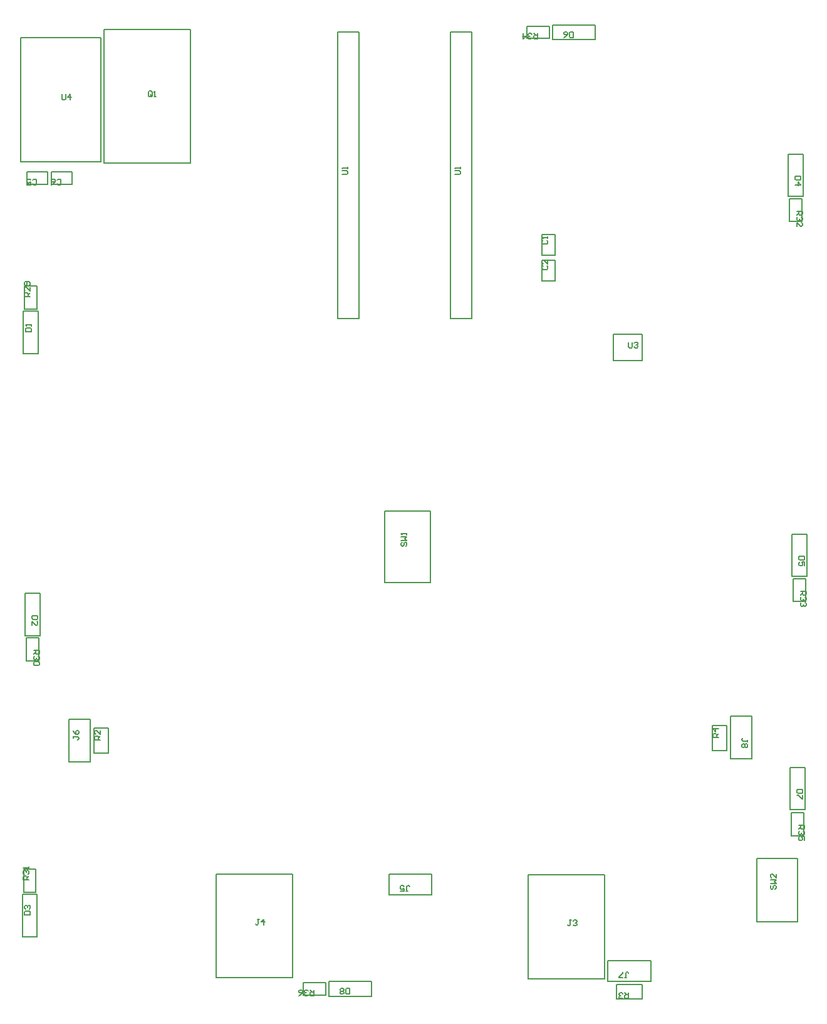
<source format=gbr>
G04*
G04 #@! TF.GenerationSoftware,Altium Limited,Altium Designer,22.4.2 (48)*
G04*
G04 Layer_Color=16711935*
%FSLAX24Y24*%
%MOIN*%
G70*
G04*
G04 #@! TF.SameCoordinates,537B0F5E-1D9E-48F4-ADA7-34FC38263873*
G04*
G04*
G04 #@! TF.FilePolarity,Positive*
G04*
G01*
G75*
%ADD13C,0.0079*%
%ADD15C,0.0050*%
D13*
X39822Y59906D02*
Y60694D01*
X37578D02*
X39822D01*
X37578Y59906D02*
Y60694D01*
Y59906D02*
X39822D01*
X37410Y59975D02*
Y60625D01*
X36190D02*
X37410D01*
X36190Y59975D02*
Y60625D01*
Y59975D02*
X37410D01*
X26135Y45086D02*
X27265D01*
Y60314D01*
X26135D02*
X27265D01*
X26135Y45086D02*
Y60314D01*
X32135Y45086D02*
X33265D01*
Y60314D01*
X32135D02*
X33265D01*
X32135Y45086D02*
Y60314D01*
X9475Y45590D02*
X10125D01*
Y46810D01*
X9475D02*
X10125D01*
X9475Y45590D02*
Y46810D01*
X9425Y14590D02*
X10075D01*
Y15810D01*
X9425D02*
X10075D01*
X9425Y14590D02*
Y15810D01*
X50375Y31260D02*
X51025D01*
X50375Y30040D02*
Y31260D01*
Y30040D02*
X51025D01*
Y31260D01*
X50275Y18810D02*
X50925D01*
X50275Y17590D02*
Y18810D01*
Y17590D02*
X50925D01*
Y18810D01*
X50175Y51460D02*
X50825D01*
X50175Y50240D02*
Y51460D01*
Y50240D02*
X50825D01*
Y51460D01*
X9575Y28110D02*
X10225D01*
X9575Y26890D02*
Y28110D01*
Y26890D02*
X10225D01*
Y28110D01*
X25510Y9125D02*
Y9775D01*
X24290D02*
X25510D01*
X24290Y9125D02*
Y9775D01*
Y9125D02*
X25510D01*
X50306Y33622D02*
X51094D01*
X50306Y31378D02*
Y33622D01*
Y31378D02*
X51094D01*
Y33622D01*
X27922Y9056D02*
Y9844D01*
X25678D02*
X27922D01*
X25678Y9056D02*
Y9844D01*
Y9056D02*
X27922D01*
X50206Y21222D02*
X50994D01*
X50206Y18978D02*
Y21222D01*
Y18978D02*
X50994D01*
Y21222D01*
X50106Y53822D02*
X50894D01*
X50106Y51578D02*
Y53822D01*
Y51578D02*
X50894D01*
Y53822D01*
X9406Y43228D02*
X10194D01*
Y45472D01*
X9406D02*
X10194D01*
X9406Y43228D02*
Y45472D01*
X9506Y30472D02*
X10294D01*
X9506Y28228D02*
Y30472D01*
Y28228D02*
X10294D01*
Y30472D01*
X9356Y12228D02*
X10144D01*
Y14472D01*
X9356D02*
X10144D01*
X9356Y12228D02*
Y14472D01*
X48426Y13036D02*
X50592D01*
Y16383D01*
X48426D02*
X50592D01*
X48426Y13036D02*
Y16383D01*
X37015Y47099D02*
X37685D01*
Y48201D01*
X37015D02*
X37685D01*
X37015Y47099D02*
Y48201D01*
Y48449D02*
X37685D01*
Y49551D01*
X37015D02*
X37685D01*
X37015Y48449D02*
Y49551D01*
X40794Y42851D02*
Y44249D01*
Y42851D02*
X42330D01*
Y44249D01*
X40794D02*
X42330D01*
X9254Y53423D02*
Y60037D01*
Y53423D02*
X13546D01*
Y60037D01*
X9254D02*
X13546D01*
X13711Y53361D02*
Y60439D01*
Y53361D02*
X18289D01*
Y60439D01*
X13711D02*
X18289D01*
X12001Y52215D02*
Y52885D01*
X10899D02*
X12001D01*
X10899Y52215D02*
Y52885D01*
Y52215D02*
X12001D01*
X10701D02*
Y52885D01*
X9599D02*
X10701D01*
X9599Y52215D02*
Y52885D01*
Y52215D02*
X10701D01*
X28630Y31041D02*
X31070D01*
Y34859D01*
X28630D02*
X31070D01*
X28630Y31041D02*
Y34859D01*
X19661Y10046D02*
Y15564D01*
Y10046D02*
X23739D01*
Y15564D01*
X19661D02*
X23739D01*
X36261Y9996D02*
Y15514D01*
Y9996D02*
X40339D01*
Y15514D01*
X36261D02*
X40339D01*
X31138Y14441D02*
Y15559D01*
X28862D02*
X31138D01*
X28862Y14441D02*
Y15559D01*
Y14441D02*
X31138D01*
X47036Y23968D02*
X48154D01*
X47036Y21692D02*
Y23968D01*
Y21692D02*
X48154D01*
Y23968D01*
X42788Y9841D02*
Y10959D01*
X40512D02*
X42788D01*
X40512Y9841D02*
Y10959D01*
Y9841D02*
X42788D01*
X11841Y21512D02*
X12959D01*
Y23788D01*
X11841D02*
X12959D01*
X11841Y21512D02*
Y23788D01*
X46069Y22109D02*
X46821D01*
Y23451D01*
X46069D02*
X46821D01*
X46069Y22109D02*
Y23451D01*
X42321Y8924D02*
Y9676D01*
X40979D02*
X42321D01*
X40979Y8924D02*
Y9676D01*
Y8924D02*
X42321D01*
X13174Y21979D02*
X13926D01*
Y23321D01*
X13174D02*
X13926D01*
X13174Y21979D02*
Y23321D01*
D15*
X9950Y27450D02*
X10250D01*
Y27300D01*
X10200Y27250D01*
X10100D01*
X10050Y27300D01*
Y27450D01*
Y27350D02*
X9950Y27250D01*
X10200Y27150D02*
X10250Y27100D01*
Y27000D01*
X10200Y26950D01*
X10150D01*
X10100Y27000D01*
Y27050D01*
Y27000D01*
X10050Y26950D01*
X10000D01*
X9950Y27000D01*
Y27100D01*
X10000Y27150D01*
X10200Y26850D02*
X10250Y26800D01*
Y26700D01*
X10200Y26650D01*
X10000D01*
X9950Y26700D01*
Y26800D01*
X10000Y26850D01*
X10200D01*
X38650Y60024D02*
Y60324D01*
X38500D01*
X38450Y60274D01*
Y60074D01*
X38500Y60024D01*
X38650D01*
X38150D02*
X38250Y60074D01*
X38350Y60174D01*
Y60274D01*
X38300Y60324D01*
X38200D01*
X38150Y60274D01*
Y60224D01*
X38200Y60174D01*
X38350D01*
X36750Y60250D02*
Y59950D01*
X36600D01*
X36550Y60000D01*
Y60100D01*
X36600Y60150D01*
X36750D01*
X36650D02*
X36550Y60250D01*
X36450Y60000D02*
X36400Y59950D01*
X36300D01*
X36250Y60000D01*
Y60050D01*
X36300Y60100D01*
X36350D01*
X36300D01*
X36250Y60150D01*
Y60200D01*
X36300Y60250D01*
X36400D01*
X36450Y60200D01*
X36000Y60250D02*
Y59950D01*
X36150Y60100D01*
X35950D01*
X26350Y52750D02*
X26600D01*
X26650Y52800D01*
Y52900D01*
X26600Y52950D01*
X26350D01*
X26650Y53050D02*
Y53150D01*
Y53100D01*
X26350D01*
X26400Y53050D01*
X32350Y52750D02*
X32600D01*
X32650Y52800D01*
Y52900D01*
X32600Y52950D01*
X32350D01*
X32650Y53050D02*
Y53150D01*
Y53100D01*
X32350D01*
X32400Y53050D01*
X9750Y46250D02*
X9450D01*
Y46400D01*
X9500Y46450D01*
X9600D01*
X9650Y46400D01*
Y46250D01*
Y46350D02*
X9750Y46450D01*
Y46750D02*
Y46550D01*
X9550Y46750D01*
X9500D01*
X9450Y46700D01*
Y46600D01*
X9500Y46550D01*
X9700Y46850D02*
X9750Y46900D01*
Y47000D01*
X9700Y47050D01*
X9500D01*
X9450Y47000D01*
Y46900D01*
X9500Y46850D01*
X9550D01*
X9600Y46900D01*
Y47050D01*
X9700Y15250D02*
X9400D01*
Y15400D01*
X9450Y15450D01*
X9550D01*
X9600Y15400D01*
Y15250D01*
Y15350D02*
X9700Y15450D01*
X9450Y15550D02*
X9400Y15600D01*
Y15700D01*
X9450Y15750D01*
X9500D01*
X9550Y15700D01*
Y15650D01*
Y15700D01*
X9600Y15750D01*
X9650D01*
X9700Y15700D01*
Y15600D01*
X9650Y15550D01*
X9700Y15850D02*
Y15950D01*
Y15900D01*
X9400D01*
X9450Y15850D01*
X50750Y30600D02*
X51050D01*
Y30450D01*
X51000Y30400D01*
X50900D01*
X50850Y30450D01*
Y30600D01*
Y30500D02*
X50750Y30400D01*
X51000Y30300D02*
X51050Y30250D01*
Y30150D01*
X51000Y30100D01*
X50950D01*
X50900Y30150D01*
Y30200D01*
Y30150D01*
X50850Y30100D01*
X50800D01*
X50750Y30150D01*
Y30250D01*
X50800Y30300D01*
X51000Y30000D02*
X51050Y29950D01*
Y29850D01*
X51000Y29800D01*
X50950D01*
X50900Y29850D01*
Y29900D01*
Y29850D01*
X50850Y29800D01*
X50800D01*
X50750Y29850D01*
Y29950D01*
X50800Y30000D01*
X50650Y18150D02*
X50950D01*
Y18000D01*
X50900Y17950D01*
X50800D01*
X50750Y18000D01*
Y18150D01*
Y18050D02*
X50650Y17950D01*
X50900Y17850D02*
X50950Y17800D01*
Y17700D01*
X50900Y17650D01*
X50850D01*
X50800Y17700D01*
Y17750D01*
Y17700D01*
X50750Y17650D01*
X50700D01*
X50650Y17700D01*
Y17800D01*
X50700Y17850D01*
X50950Y17350D02*
Y17550D01*
X50800D01*
X50850Y17450D01*
Y17400D01*
X50800Y17350D01*
X50700D01*
X50650Y17400D01*
Y17500D01*
X50700Y17550D01*
X50550Y50800D02*
X50850D01*
Y50650D01*
X50800Y50600D01*
X50700D01*
X50650Y50650D01*
Y50800D01*
Y50700D02*
X50550Y50600D01*
X50800Y50500D02*
X50850Y50450D01*
Y50350D01*
X50800Y50300D01*
X50750D01*
X50700Y50350D01*
Y50400D01*
Y50350D01*
X50650Y50300D01*
X50600D01*
X50550Y50350D01*
Y50450D01*
X50600Y50500D01*
X50550Y50000D02*
Y50200D01*
X50750Y50000D01*
X50800D01*
X50850Y50050D01*
Y50150D01*
X50800Y50200D01*
X24850Y9400D02*
Y9100D01*
X24700D01*
X24650Y9150D01*
Y9250D01*
X24700Y9300D01*
X24850D01*
X24750D02*
X24650Y9400D01*
X24550Y9150D02*
X24500Y9100D01*
X24400D01*
X24350Y9150D01*
Y9200D01*
X24400Y9250D01*
X24450D01*
X24400D01*
X24350Y9300D01*
Y9350D01*
X24400Y9400D01*
X24500D01*
X24550Y9350D01*
X24050Y9100D02*
X24150Y9150D01*
X24250Y9250D01*
Y9350D01*
X24200Y9400D01*
X24100D01*
X24050Y9350D01*
Y9300D01*
X24100Y9250D01*
X24250D01*
X50976Y32450D02*
X50676D01*
Y32300D01*
X50726Y32250D01*
X50926D01*
X50976Y32300D01*
Y32450D01*
Y31950D02*
Y32150D01*
X50826D01*
X50876Y32050D01*
Y32000D01*
X50826Y31950D01*
X50726D01*
X50676Y32000D01*
Y32100D01*
X50726Y32150D01*
X26750Y9174D02*
Y9474D01*
X26600D01*
X26550Y9424D01*
Y9224D01*
X26600Y9174D01*
X26750D01*
X26450Y9224D02*
X26400Y9174D01*
X26300D01*
X26250Y9224D01*
Y9274D01*
X26300Y9324D01*
X26250Y9374D01*
Y9424D01*
X26300Y9474D01*
X26400D01*
X26450Y9424D01*
Y9374D01*
X26400Y9324D01*
X26450Y9274D01*
Y9224D01*
X26400Y9324D02*
X26300D01*
X50876Y20050D02*
X50576D01*
Y19900D01*
X50626Y19850D01*
X50826D01*
X50876Y19900D01*
Y20050D01*
Y19750D02*
Y19550D01*
X50826D01*
X50626Y19750D01*
X50576D01*
X50776Y52650D02*
X50476D01*
Y52500D01*
X50526Y52450D01*
X50726D01*
X50776Y52500D01*
Y52650D01*
X50476Y52200D02*
X50776D01*
X50626Y52350D01*
Y52150D01*
X9524Y44400D02*
X9824D01*
Y44550D01*
X9774Y44600D01*
X9574D01*
X9524Y44550D01*
Y44400D01*
X9824Y44700D02*
Y44800D01*
Y44750D01*
X9524D01*
X9574Y44700D01*
X10176Y29300D02*
X9876D01*
Y29150D01*
X9926Y29100D01*
X10126D01*
X10176Y29150D01*
Y29300D01*
X9876Y28800D02*
Y29000D01*
X10076Y28800D01*
X10126D01*
X10176Y28850D01*
Y28950D01*
X10126Y29000D01*
X9474Y13400D02*
X9774D01*
Y13550D01*
X9724Y13600D01*
X9524D01*
X9474Y13550D01*
Y13400D01*
X9524Y13700D02*
X9474Y13750D01*
Y13850D01*
X9524Y13900D01*
X9574D01*
X9624Y13850D01*
Y13800D01*
Y13850D01*
X9674Y13900D01*
X9724D01*
X9774Y13850D01*
Y13750D01*
X9724Y13700D01*
X49209Y14959D02*
X49159Y14909D01*
Y14809D01*
X49209Y14759D01*
X49259D01*
X49309Y14809D01*
Y14909D01*
X49359Y14959D01*
X49409D01*
X49459Y14909D01*
Y14809D01*
X49409Y14759D01*
X49159Y15059D02*
X49459D01*
X49359Y15159D01*
X49459Y15259D01*
X49159D01*
X49459Y15559D02*
Y15359D01*
X49259Y15559D01*
X49209D01*
X49159Y15509D01*
Y15409D01*
X49209Y15359D01*
X37050Y47900D02*
X37000Y47850D01*
Y47750D01*
X37050Y47700D01*
X37250D01*
X37300Y47750D01*
Y47850D01*
X37250Y47900D01*
X37300Y48200D02*
Y48000D01*
X37100Y48200D01*
X37050D01*
X37000Y48150D01*
Y48050D01*
X37050Y48000D01*
Y49250D02*
X37000Y49200D01*
Y49100D01*
X37050Y49050D01*
X37250D01*
X37300Y49100D01*
Y49200D01*
X37250Y49250D01*
X37300Y49350D02*
Y49450D01*
Y49400D01*
X37000D01*
X37050Y49350D01*
X41612Y43826D02*
Y43576D01*
X41662Y43526D01*
X41762D01*
X41812Y43576D01*
Y43826D01*
X41912Y43776D02*
X41962Y43826D01*
X42062D01*
X42112Y43776D01*
Y43726D01*
X42062Y43676D01*
X42012D01*
X42062D01*
X42112Y43626D01*
Y43576D01*
X42062Y43526D01*
X41962D01*
X41912Y43576D01*
X11450Y57006D02*
Y56756D01*
X11500Y56706D01*
X11600D01*
X11650Y56756D01*
Y57006D01*
X11900Y56706D02*
Y57006D01*
X11750Y56856D01*
X11950D01*
X16250Y56926D02*
Y57126D01*
X16200Y57176D01*
X16100D01*
X16050Y57126D01*
Y56926D01*
X16100Y56876D01*
X16200D01*
X16150Y56976D02*
X16250Y56876D01*
X16200D02*
X16250Y56926D01*
X16350Y56876D02*
X16450D01*
X16400D01*
Y57176D01*
X16350Y57126D01*
X11200Y52250D02*
X11250Y52200D01*
X11350D01*
X11400Y52250D01*
Y52450D01*
X11350Y52500D01*
X11250D01*
X11200Y52450D01*
X10900Y52200D02*
X11000Y52250D01*
X11100Y52350D01*
Y52450D01*
X11050Y52500D01*
X10950D01*
X10900Y52450D01*
Y52400D01*
X10950Y52350D01*
X11100D01*
X9900Y52250D02*
X9950Y52200D01*
X10050D01*
X10100Y52250D01*
Y52450D01*
X10050Y52500D01*
X9950D01*
X9900Y52450D01*
X9600Y52200D02*
X9800D01*
Y52350D01*
X9700Y52300D01*
X9650D01*
X9600Y52350D01*
Y52450D01*
X9650Y52500D01*
X9750D01*
X9800Y52450D01*
X29550Y33200D02*
X29500Y33150D01*
Y33050D01*
X29550Y33000D01*
X29600D01*
X29650Y33050D01*
Y33150D01*
X29700Y33200D01*
X29750D01*
X29800Y33150D01*
Y33050D01*
X29750Y33000D01*
X29500Y33300D02*
X29800D01*
X29700Y33400D01*
X29800Y33500D01*
X29500D01*
X29800Y33600D02*
Y33700D01*
Y33650D01*
X29500D01*
X29550Y33600D01*
X21950Y13155D02*
X21850D01*
X21900D01*
Y12905D01*
X21850Y12855D01*
X21800D01*
X21750Y12905D01*
X22200Y12855D02*
Y13155D01*
X22050Y13005D01*
X22250D01*
X38550Y13105D02*
X38450D01*
X38500D01*
Y12855D01*
X38450Y12805D01*
X38400D01*
X38350Y12855D01*
X38650Y13055D02*
X38700Y13105D01*
X38800D01*
X38850Y13055D01*
Y13005D01*
X38800Y12955D01*
X38750D01*
X38800D01*
X38850Y12905D01*
Y12855D01*
X38800Y12805D01*
X38700D01*
X38650Y12855D01*
X29750Y14650D02*
X29850D01*
X29800D01*
Y14900D01*
X29850Y14950D01*
X29900D01*
X29950Y14900D01*
X29450Y14650D02*
X29650D01*
Y14800D01*
X29550Y14750D01*
X29500D01*
X29450Y14800D01*
Y14900D01*
X29500Y14950D01*
X29600D01*
X29650Y14900D01*
X47945Y22580D02*
Y22680D01*
Y22630D01*
X47695D01*
X47645Y22680D01*
Y22730D01*
X47695Y22780D01*
X47895Y22480D02*
X47945Y22430D01*
Y22330D01*
X47895Y22280D01*
X47845D01*
X47795Y22330D01*
X47745Y22280D01*
X47695D01*
X47645Y22330D01*
Y22430D01*
X47695Y22480D01*
X47745D01*
X47795Y22430D01*
X47845Y22480D01*
X47895D01*
X47795Y22430D02*
Y22330D01*
X41400Y10050D02*
X41500D01*
X41450D01*
Y10300D01*
X41500Y10350D01*
X41550D01*
X41600Y10300D01*
X41300Y10050D02*
X41100D01*
Y10100D01*
X41300Y10300D01*
Y10350D01*
X12050Y22900D02*
Y22800D01*
Y22850D01*
X12300D01*
X12350Y22800D01*
Y22750D01*
X12300Y22700D01*
X12050Y23200D02*
X12100Y23100D01*
X12200Y23000D01*
X12300D01*
X12350Y23050D01*
Y23150D01*
X12300Y23200D01*
X12250D01*
X12200Y23150D01*
Y23000D01*
X46395Y22830D02*
X46095D01*
Y22980D01*
X46145Y23030D01*
X46245D01*
X46295Y22980D01*
Y22830D01*
Y22930D02*
X46395Y23030D01*
Y23280D02*
X46095D01*
X46245Y23130D01*
Y23330D01*
X41600Y9250D02*
Y8950D01*
X41450D01*
X41400Y9000D01*
Y9100D01*
X41450Y9150D01*
X41600D01*
X41500D02*
X41400Y9250D01*
X41300Y9000D02*
X41250Y8950D01*
X41150D01*
X41100Y9000D01*
Y9050D01*
X41150Y9100D01*
X41200D01*
X41150D01*
X41100Y9150D01*
Y9200D01*
X41150Y9250D01*
X41250D01*
X41300Y9200D01*
X13500Y22700D02*
X13200D01*
Y22850D01*
X13250Y22900D01*
X13350D01*
X13400Y22850D01*
Y22700D01*
Y22800D02*
X13500Y22900D01*
Y23200D02*
Y23000D01*
X13300Y23200D01*
X13250D01*
X13200Y23150D01*
Y23050D01*
X13250Y23000D01*
M02*

</source>
